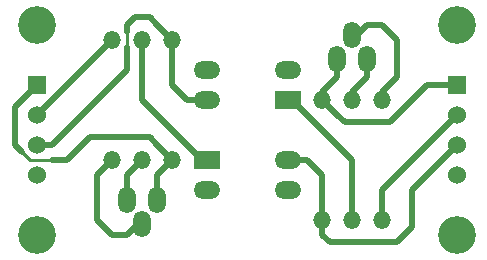
<source format=gtl>
G04 (created by PCBNEW (2013-07-07 BZR 4022)-stable) date 5/4/2015 11:47:39 PM*
%MOIN*%
G04 Gerber Fmt 3.4, Leading zero omitted, Abs format*
%FSLAX34Y34*%
G01*
G70*
G90*
G04 APERTURE LIST*
%ADD10C,0.00590551*%
%ADD11O,0.059X0.0885*%
%ADD12O,0.059X0.059*%
%ADD13R,0.06X0.06*%
%ADD14C,0.06*%
%ADD15C,0.125984*%
%ADD16R,0.0885X0.059*%
%ADD17O,0.0885X0.059*%
%ADD18C,0.02*%
%ADD19C,0.01*%
G04 APERTURE END LIST*
G54D10*
G54D11*
X83500Y-27352D03*
X83000Y-28147D03*
X82500Y-27352D03*
X89500Y-22647D03*
X90000Y-21852D03*
X90500Y-22647D03*
G54D12*
X82000Y-22000D03*
X82000Y-26000D03*
X89000Y-28000D03*
X89000Y-24000D03*
X83000Y-22000D03*
X83000Y-26000D03*
X91000Y-28000D03*
X91000Y-24000D03*
X84000Y-22000D03*
X84000Y-26000D03*
X90000Y-28000D03*
X90000Y-24000D03*
G54D13*
X79500Y-23500D03*
G54D14*
X79500Y-24500D03*
X79500Y-25500D03*
X79500Y-26500D03*
G54D13*
X93500Y-23500D03*
G54D14*
X93500Y-24500D03*
X93500Y-25500D03*
X93500Y-26500D03*
G54D15*
X79500Y-21500D03*
X93500Y-21500D03*
X93500Y-28500D03*
X79500Y-28500D03*
G54D16*
X87852Y-24000D03*
G54D17*
X87852Y-23000D03*
X85147Y-23000D03*
X85147Y-24000D03*
G54D16*
X85147Y-26000D03*
G54D17*
X85147Y-27000D03*
X87852Y-27000D03*
X87852Y-26000D03*
G54D18*
X90000Y-24000D02*
X90000Y-23750D01*
X90500Y-23250D02*
X90500Y-22500D01*
X90000Y-23750D02*
X90500Y-23250D01*
X91000Y-24000D02*
X91000Y-23750D01*
X90500Y-21500D02*
X90000Y-22000D01*
X91000Y-21500D02*
X90500Y-21500D01*
X91500Y-22000D02*
X91000Y-21500D01*
X91500Y-22250D02*
X91500Y-22000D01*
X91500Y-23250D02*
X91500Y-22250D01*
X91000Y-23750D02*
X91500Y-23250D01*
X88000Y-24000D02*
X90000Y-26000D01*
X90000Y-26000D02*
X90000Y-28000D01*
X83000Y-22000D02*
X83000Y-24000D01*
X83000Y-24000D02*
X85000Y-26000D01*
X82000Y-26000D02*
X81500Y-26500D01*
X82500Y-28500D02*
X83000Y-28000D01*
X82000Y-28500D02*
X82500Y-28500D01*
X81500Y-28000D02*
X82000Y-28500D01*
X81500Y-26500D02*
X81500Y-28000D01*
X83000Y-26000D02*
X82500Y-26500D01*
X82500Y-26500D02*
X82500Y-27500D01*
X83500Y-21500D02*
X83250Y-21250D01*
X80000Y-25500D02*
X82500Y-23000D01*
X82500Y-23000D02*
X82500Y-22250D01*
X84000Y-22000D02*
X83500Y-21500D01*
G54D19*
X82500Y-22250D02*
X82500Y-21750D01*
G54D18*
X80000Y-25500D02*
X79500Y-25500D01*
X82500Y-21500D02*
X82500Y-21750D01*
X82750Y-21250D02*
X82500Y-21500D01*
X83250Y-21250D02*
X82750Y-21250D01*
X84000Y-22000D02*
X84000Y-23500D01*
X84000Y-23500D02*
X84500Y-24000D01*
X84500Y-24000D02*
X85000Y-24000D01*
G54D19*
X79500Y-25500D02*
X79500Y-25250D01*
G54D18*
X89000Y-28000D02*
X89000Y-28500D01*
X92000Y-27000D02*
X93500Y-25500D01*
X92000Y-28250D02*
X92000Y-27000D01*
X91500Y-28750D02*
X92000Y-28250D01*
X89250Y-28750D02*
X91500Y-28750D01*
X89000Y-28500D02*
X89250Y-28750D01*
X89000Y-28000D02*
X89000Y-26500D01*
X88500Y-26000D02*
X88000Y-26000D01*
X89000Y-26500D02*
X88500Y-26000D01*
X82000Y-22000D02*
X79500Y-24500D01*
X91000Y-28000D02*
X91000Y-27000D01*
X91000Y-27000D02*
X93500Y-24500D01*
X79000Y-24000D02*
X78750Y-24250D01*
X83250Y-25250D02*
X81250Y-25250D01*
X81250Y-25250D02*
X81000Y-25500D01*
X79500Y-23500D02*
X79000Y-24000D01*
X83500Y-25500D02*
X84000Y-26000D01*
X80500Y-26000D02*
X81000Y-25500D01*
X80000Y-26000D02*
X80500Y-26000D01*
G54D19*
X79250Y-26000D02*
X80000Y-26000D01*
X79000Y-25750D02*
X79250Y-26000D01*
G54D18*
X83500Y-25500D02*
X83250Y-25250D01*
X78750Y-25500D02*
X79000Y-25750D01*
X78750Y-24250D02*
X78750Y-25500D01*
X83500Y-27500D02*
X83500Y-26500D01*
X83500Y-26500D02*
X84000Y-26000D01*
X91000Y-24750D02*
X91250Y-24750D01*
X89750Y-24750D02*
X91000Y-24750D01*
X89000Y-24000D02*
X89500Y-24500D01*
X89500Y-24500D02*
X89750Y-24750D01*
X92500Y-23500D02*
X93500Y-23500D01*
X91250Y-24750D02*
X92500Y-23500D01*
X89000Y-24000D02*
X89000Y-23750D01*
X89500Y-23250D02*
X89500Y-22500D01*
X89000Y-23750D02*
X89500Y-23250D01*
M02*

</source>
